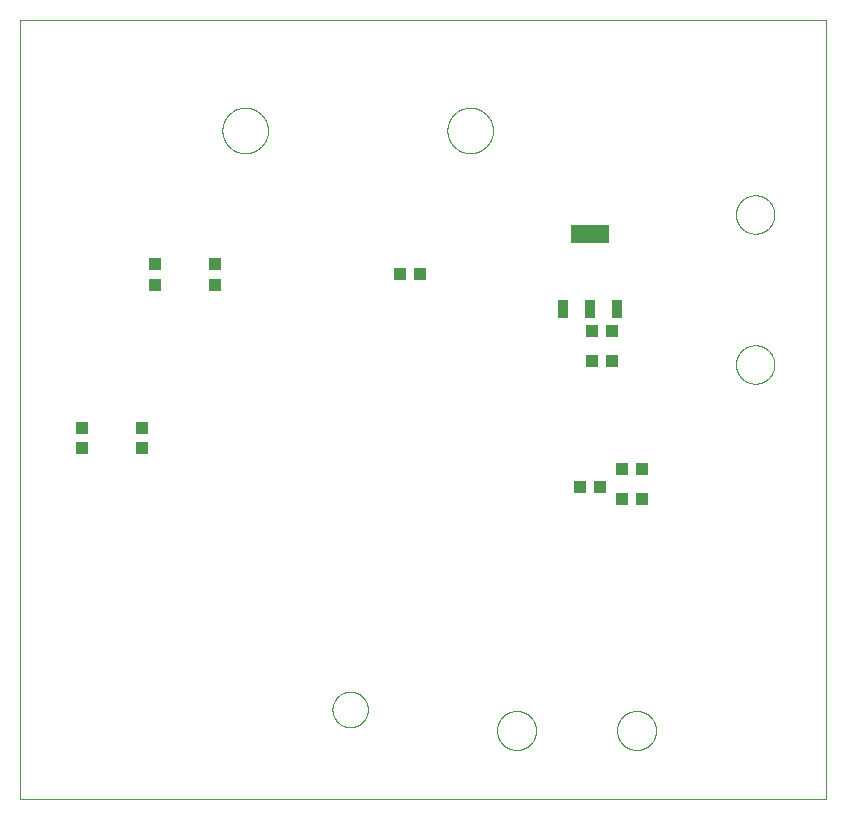
<source format=gbp>
G75*
%MOIN*%
%OFA0B0*%
%FSLAX25Y25*%
%IPPOS*%
%LPD*%
%AMOC8*
5,1,8,0,0,1.08239X$1,22.5*
%
%ADD10C,0.00000*%
%ADD11R,0.04252X0.04134*%
%ADD12R,0.03937X0.04331*%
%ADD13R,0.04331X0.03937*%
%ADD14R,0.03500X0.06400*%
%ADD15R,0.12500X0.06400*%
D10*
X0003594Y0010258D02*
X0003594Y0270219D01*
X0272294Y0270219D01*
X0272294Y0010258D01*
X0003594Y0010258D01*
X0107688Y0040258D02*
X0107690Y0040411D01*
X0107696Y0040565D01*
X0107706Y0040718D01*
X0107720Y0040870D01*
X0107738Y0041023D01*
X0107760Y0041174D01*
X0107785Y0041325D01*
X0107815Y0041476D01*
X0107849Y0041626D01*
X0107886Y0041774D01*
X0107927Y0041922D01*
X0107972Y0042068D01*
X0108021Y0042214D01*
X0108074Y0042358D01*
X0108130Y0042500D01*
X0108190Y0042641D01*
X0108254Y0042781D01*
X0108321Y0042919D01*
X0108392Y0043055D01*
X0108467Y0043189D01*
X0108544Y0043321D01*
X0108626Y0043451D01*
X0108710Y0043579D01*
X0108798Y0043705D01*
X0108889Y0043828D01*
X0108983Y0043949D01*
X0109081Y0044067D01*
X0109181Y0044183D01*
X0109285Y0044296D01*
X0109391Y0044407D01*
X0109500Y0044515D01*
X0109612Y0044620D01*
X0109726Y0044721D01*
X0109844Y0044820D01*
X0109963Y0044916D01*
X0110085Y0045009D01*
X0110210Y0045098D01*
X0110337Y0045185D01*
X0110466Y0045267D01*
X0110597Y0045347D01*
X0110730Y0045423D01*
X0110865Y0045496D01*
X0111002Y0045565D01*
X0111141Y0045630D01*
X0111281Y0045692D01*
X0111423Y0045750D01*
X0111566Y0045805D01*
X0111711Y0045856D01*
X0111857Y0045903D01*
X0112004Y0045946D01*
X0112152Y0045985D01*
X0112301Y0046021D01*
X0112451Y0046052D01*
X0112602Y0046080D01*
X0112753Y0046104D01*
X0112906Y0046124D01*
X0113058Y0046140D01*
X0113211Y0046152D01*
X0113364Y0046160D01*
X0113517Y0046164D01*
X0113671Y0046164D01*
X0113824Y0046160D01*
X0113977Y0046152D01*
X0114130Y0046140D01*
X0114282Y0046124D01*
X0114435Y0046104D01*
X0114586Y0046080D01*
X0114737Y0046052D01*
X0114887Y0046021D01*
X0115036Y0045985D01*
X0115184Y0045946D01*
X0115331Y0045903D01*
X0115477Y0045856D01*
X0115622Y0045805D01*
X0115765Y0045750D01*
X0115907Y0045692D01*
X0116047Y0045630D01*
X0116186Y0045565D01*
X0116323Y0045496D01*
X0116458Y0045423D01*
X0116591Y0045347D01*
X0116722Y0045267D01*
X0116851Y0045185D01*
X0116978Y0045098D01*
X0117103Y0045009D01*
X0117225Y0044916D01*
X0117344Y0044820D01*
X0117462Y0044721D01*
X0117576Y0044620D01*
X0117688Y0044515D01*
X0117797Y0044407D01*
X0117903Y0044296D01*
X0118007Y0044183D01*
X0118107Y0044067D01*
X0118205Y0043949D01*
X0118299Y0043828D01*
X0118390Y0043705D01*
X0118478Y0043579D01*
X0118562Y0043451D01*
X0118644Y0043321D01*
X0118721Y0043189D01*
X0118796Y0043055D01*
X0118867Y0042919D01*
X0118934Y0042781D01*
X0118998Y0042641D01*
X0119058Y0042500D01*
X0119114Y0042358D01*
X0119167Y0042214D01*
X0119216Y0042068D01*
X0119261Y0041922D01*
X0119302Y0041774D01*
X0119339Y0041626D01*
X0119373Y0041476D01*
X0119403Y0041325D01*
X0119428Y0041174D01*
X0119450Y0041023D01*
X0119468Y0040870D01*
X0119482Y0040718D01*
X0119492Y0040565D01*
X0119498Y0040411D01*
X0119500Y0040258D01*
X0119498Y0040105D01*
X0119492Y0039951D01*
X0119482Y0039798D01*
X0119468Y0039646D01*
X0119450Y0039493D01*
X0119428Y0039342D01*
X0119403Y0039191D01*
X0119373Y0039040D01*
X0119339Y0038890D01*
X0119302Y0038742D01*
X0119261Y0038594D01*
X0119216Y0038448D01*
X0119167Y0038302D01*
X0119114Y0038158D01*
X0119058Y0038016D01*
X0118998Y0037875D01*
X0118934Y0037735D01*
X0118867Y0037597D01*
X0118796Y0037461D01*
X0118721Y0037327D01*
X0118644Y0037195D01*
X0118562Y0037065D01*
X0118478Y0036937D01*
X0118390Y0036811D01*
X0118299Y0036688D01*
X0118205Y0036567D01*
X0118107Y0036449D01*
X0118007Y0036333D01*
X0117903Y0036220D01*
X0117797Y0036109D01*
X0117688Y0036001D01*
X0117576Y0035896D01*
X0117462Y0035795D01*
X0117344Y0035696D01*
X0117225Y0035600D01*
X0117103Y0035507D01*
X0116978Y0035418D01*
X0116851Y0035331D01*
X0116722Y0035249D01*
X0116591Y0035169D01*
X0116458Y0035093D01*
X0116323Y0035020D01*
X0116186Y0034951D01*
X0116047Y0034886D01*
X0115907Y0034824D01*
X0115765Y0034766D01*
X0115622Y0034711D01*
X0115477Y0034660D01*
X0115331Y0034613D01*
X0115184Y0034570D01*
X0115036Y0034531D01*
X0114887Y0034495D01*
X0114737Y0034464D01*
X0114586Y0034436D01*
X0114435Y0034412D01*
X0114282Y0034392D01*
X0114130Y0034376D01*
X0113977Y0034364D01*
X0113824Y0034356D01*
X0113671Y0034352D01*
X0113517Y0034352D01*
X0113364Y0034356D01*
X0113211Y0034364D01*
X0113058Y0034376D01*
X0112906Y0034392D01*
X0112753Y0034412D01*
X0112602Y0034436D01*
X0112451Y0034464D01*
X0112301Y0034495D01*
X0112152Y0034531D01*
X0112004Y0034570D01*
X0111857Y0034613D01*
X0111711Y0034660D01*
X0111566Y0034711D01*
X0111423Y0034766D01*
X0111281Y0034824D01*
X0111141Y0034886D01*
X0111002Y0034951D01*
X0110865Y0035020D01*
X0110730Y0035093D01*
X0110597Y0035169D01*
X0110466Y0035249D01*
X0110337Y0035331D01*
X0110210Y0035418D01*
X0110085Y0035507D01*
X0109963Y0035600D01*
X0109844Y0035696D01*
X0109726Y0035795D01*
X0109612Y0035896D01*
X0109500Y0036001D01*
X0109391Y0036109D01*
X0109285Y0036220D01*
X0109181Y0036333D01*
X0109081Y0036449D01*
X0108983Y0036567D01*
X0108889Y0036688D01*
X0108798Y0036811D01*
X0108710Y0036937D01*
X0108626Y0037065D01*
X0108544Y0037195D01*
X0108467Y0037327D01*
X0108392Y0037461D01*
X0108321Y0037597D01*
X0108254Y0037735D01*
X0108190Y0037875D01*
X0108130Y0038016D01*
X0108074Y0038158D01*
X0108021Y0038302D01*
X0107972Y0038448D01*
X0107927Y0038594D01*
X0107886Y0038742D01*
X0107849Y0038890D01*
X0107815Y0039040D01*
X0107785Y0039191D01*
X0107760Y0039342D01*
X0107738Y0039493D01*
X0107720Y0039646D01*
X0107706Y0039798D01*
X0107696Y0039951D01*
X0107690Y0040105D01*
X0107688Y0040258D01*
X0162578Y0033258D02*
X0162580Y0033419D01*
X0162586Y0033579D01*
X0162596Y0033740D01*
X0162610Y0033900D01*
X0162628Y0034059D01*
X0162649Y0034219D01*
X0162675Y0034377D01*
X0162705Y0034535D01*
X0162738Y0034692D01*
X0162776Y0034849D01*
X0162817Y0035004D01*
X0162862Y0035158D01*
X0162911Y0035311D01*
X0162964Y0035463D01*
X0163020Y0035613D01*
X0163080Y0035762D01*
X0163144Y0035910D01*
X0163211Y0036056D01*
X0163282Y0036200D01*
X0163357Y0036342D01*
X0163435Y0036483D01*
X0163516Y0036621D01*
X0163601Y0036758D01*
X0163690Y0036892D01*
X0163781Y0037024D01*
X0163876Y0037154D01*
X0163974Y0037281D01*
X0164075Y0037406D01*
X0164179Y0037529D01*
X0164286Y0037648D01*
X0164396Y0037765D01*
X0164509Y0037880D01*
X0164625Y0037991D01*
X0164743Y0038100D01*
X0164864Y0038205D01*
X0164988Y0038308D01*
X0165114Y0038408D01*
X0165243Y0038504D01*
X0165374Y0038597D01*
X0165507Y0038687D01*
X0165642Y0038774D01*
X0165780Y0038857D01*
X0165919Y0038936D01*
X0166061Y0039013D01*
X0166204Y0039086D01*
X0166349Y0039155D01*
X0166496Y0039220D01*
X0166644Y0039282D01*
X0166794Y0039341D01*
X0166945Y0039395D01*
X0167097Y0039446D01*
X0167251Y0039493D01*
X0167406Y0039536D01*
X0167561Y0039575D01*
X0167718Y0039611D01*
X0167876Y0039643D01*
X0168034Y0039670D01*
X0168193Y0039694D01*
X0168352Y0039714D01*
X0168512Y0039730D01*
X0168673Y0039742D01*
X0168833Y0039750D01*
X0168994Y0039754D01*
X0169154Y0039754D01*
X0169315Y0039750D01*
X0169475Y0039742D01*
X0169636Y0039730D01*
X0169796Y0039714D01*
X0169955Y0039694D01*
X0170114Y0039670D01*
X0170272Y0039643D01*
X0170430Y0039611D01*
X0170587Y0039575D01*
X0170742Y0039536D01*
X0170897Y0039493D01*
X0171051Y0039446D01*
X0171203Y0039395D01*
X0171354Y0039341D01*
X0171504Y0039282D01*
X0171652Y0039220D01*
X0171799Y0039155D01*
X0171944Y0039086D01*
X0172087Y0039013D01*
X0172229Y0038936D01*
X0172368Y0038857D01*
X0172506Y0038774D01*
X0172641Y0038687D01*
X0172774Y0038597D01*
X0172905Y0038504D01*
X0173034Y0038408D01*
X0173160Y0038308D01*
X0173284Y0038205D01*
X0173405Y0038100D01*
X0173523Y0037991D01*
X0173639Y0037880D01*
X0173752Y0037765D01*
X0173862Y0037648D01*
X0173969Y0037529D01*
X0174073Y0037406D01*
X0174174Y0037281D01*
X0174272Y0037154D01*
X0174367Y0037024D01*
X0174458Y0036892D01*
X0174547Y0036758D01*
X0174632Y0036621D01*
X0174713Y0036483D01*
X0174791Y0036342D01*
X0174866Y0036200D01*
X0174937Y0036056D01*
X0175004Y0035910D01*
X0175068Y0035762D01*
X0175128Y0035613D01*
X0175184Y0035463D01*
X0175237Y0035311D01*
X0175286Y0035158D01*
X0175331Y0035004D01*
X0175372Y0034849D01*
X0175410Y0034692D01*
X0175443Y0034535D01*
X0175473Y0034377D01*
X0175499Y0034219D01*
X0175520Y0034059D01*
X0175538Y0033900D01*
X0175552Y0033740D01*
X0175562Y0033579D01*
X0175568Y0033419D01*
X0175570Y0033258D01*
X0175568Y0033097D01*
X0175562Y0032937D01*
X0175552Y0032776D01*
X0175538Y0032616D01*
X0175520Y0032457D01*
X0175499Y0032297D01*
X0175473Y0032139D01*
X0175443Y0031981D01*
X0175410Y0031824D01*
X0175372Y0031667D01*
X0175331Y0031512D01*
X0175286Y0031358D01*
X0175237Y0031205D01*
X0175184Y0031053D01*
X0175128Y0030903D01*
X0175068Y0030754D01*
X0175004Y0030606D01*
X0174937Y0030460D01*
X0174866Y0030316D01*
X0174791Y0030174D01*
X0174713Y0030033D01*
X0174632Y0029895D01*
X0174547Y0029758D01*
X0174458Y0029624D01*
X0174367Y0029492D01*
X0174272Y0029362D01*
X0174174Y0029235D01*
X0174073Y0029110D01*
X0173969Y0028987D01*
X0173862Y0028868D01*
X0173752Y0028751D01*
X0173639Y0028636D01*
X0173523Y0028525D01*
X0173405Y0028416D01*
X0173284Y0028311D01*
X0173160Y0028208D01*
X0173034Y0028108D01*
X0172905Y0028012D01*
X0172774Y0027919D01*
X0172641Y0027829D01*
X0172506Y0027742D01*
X0172368Y0027659D01*
X0172229Y0027580D01*
X0172087Y0027503D01*
X0171944Y0027430D01*
X0171799Y0027361D01*
X0171652Y0027296D01*
X0171504Y0027234D01*
X0171354Y0027175D01*
X0171203Y0027121D01*
X0171051Y0027070D01*
X0170897Y0027023D01*
X0170742Y0026980D01*
X0170587Y0026941D01*
X0170430Y0026905D01*
X0170272Y0026873D01*
X0170114Y0026846D01*
X0169955Y0026822D01*
X0169796Y0026802D01*
X0169636Y0026786D01*
X0169475Y0026774D01*
X0169315Y0026766D01*
X0169154Y0026762D01*
X0168994Y0026762D01*
X0168833Y0026766D01*
X0168673Y0026774D01*
X0168512Y0026786D01*
X0168352Y0026802D01*
X0168193Y0026822D01*
X0168034Y0026846D01*
X0167876Y0026873D01*
X0167718Y0026905D01*
X0167561Y0026941D01*
X0167406Y0026980D01*
X0167251Y0027023D01*
X0167097Y0027070D01*
X0166945Y0027121D01*
X0166794Y0027175D01*
X0166644Y0027234D01*
X0166496Y0027296D01*
X0166349Y0027361D01*
X0166204Y0027430D01*
X0166061Y0027503D01*
X0165919Y0027580D01*
X0165780Y0027659D01*
X0165642Y0027742D01*
X0165507Y0027829D01*
X0165374Y0027919D01*
X0165243Y0028012D01*
X0165114Y0028108D01*
X0164988Y0028208D01*
X0164864Y0028311D01*
X0164743Y0028416D01*
X0164625Y0028525D01*
X0164509Y0028636D01*
X0164396Y0028751D01*
X0164286Y0028868D01*
X0164179Y0028987D01*
X0164075Y0029110D01*
X0163974Y0029235D01*
X0163876Y0029362D01*
X0163781Y0029492D01*
X0163690Y0029624D01*
X0163601Y0029758D01*
X0163516Y0029895D01*
X0163435Y0030033D01*
X0163357Y0030174D01*
X0163282Y0030316D01*
X0163211Y0030460D01*
X0163144Y0030606D01*
X0163080Y0030754D01*
X0163020Y0030903D01*
X0162964Y0031053D01*
X0162911Y0031205D01*
X0162862Y0031358D01*
X0162817Y0031512D01*
X0162776Y0031667D01*
X0162738Y0031824D01*
X0162705Y0031981D01*
X0162675Y0032139D01*
X0162649Y0032297D01*
X0162628Y0032457D01*
X0162610Y0032616D01*
X0162596Y0032776D01*
X0162586Y0032937D01*
X0162580Y0033097D01*
X0162578Y0033258D01*
X0202578Y0033258D02*
X0202580Y0033419D01*
X0202586Y0033579D01*
X0202596Y0033740D01*
X0202610Y0033900D01*
X0202628Y0034059D01*
X0202649Y0034219D01*
X0202675Y0034377D01*
X0202705Y0034535D01*
X0202738Y0034692D01*
X0202776Y0034849D01*
X0202817Y0035004D01*
X0202862Y0035158D01*
X0202911Y0035311D01*
X0202964Y0035463D01*
X0203020Y0035613D01*
X0203080Y0035762D01*
X0203144Y0035910D01*
X0203211Y0036056D01*
X0203282Y0036200D01*
X0203357Y0036342D01*
X0203435Y0036483D01*
X0203516Y0036621D01*
X0203601Y0036758D01*
X0203690Y0036892D01*
X0203781Y0037024D01*
X0203876Y0037154D01*
X0203974Y0037281D01*
X0204075Y0037406D01*
X0204179Y0037529D01*
X0204286Y0037648D01*
X0204396Y0037765D01*
X0204509Y0037880D01*
X0204625Y0037991D01*
X0204743Y0038100D01*
X0204864Y0038205D01*
X0204988Y0038308D01*
X0205114Y0038408D01*
X0205243Y0038504D01*
X0205374Y0038597D01*
X0205507Y0038687D01*
X0205642Y0038774D01*
X0205780Y0038857D01*
X0205919Y0038936D01*
X0206061Y0039013D01*
X0206204Y0039086D01*
X0206349Y0039155D01*
X0206496Y0039220D01*
X0206644Y0039282D01*
X0206794Y0039341D01*
X0206945Y0039395D01*
X0207097Y0039446D01*
X0207251Y0039493D01*
X0207406Y0039536D01*
X0207561Y0039575D01*
X0207718Y0039611D01*
X0207876Y0039643D01*
X0208034Y0039670D01*
X0208193Y0039694D01*
X0208352Y0039714D01*
X0208512Y0039730D01*
X0208673Y0039742D01*
X0208833Y0039750D01*
X0208994Y0039754D01*
X0209154Y0039754D01*
X0209315Y0039750D01*
X0209475Y0039742D01*
X0209636Y0039730D01*
X0209796Y0039714D01*
X0209955Y0039694D01*
X0210114Y0039670D01*
X0210272Y0039643D01*
X0210430Y0039611D01*
X0210587Y0039575D01*
X0210742Y0039536D01*
X0210897Y0039493D01*
X0211051Y0039446D01*
X0211203Y0039395D01*
X0211354Y0039341D01*
X0211504Y0039282D01*
X0211652Y0039220D01*
X0211799Y0039155D01*
X0211944Y0039086D01*
X0212087Y0039013D01*
X0212229Y0038936D01*
X0212368Y0038857D01*
X0212506Y0038774D01*
X0212641Y0038687D01*
X0212774Y0038597D01*
X0212905Y0038504D01*
X0213034Y0038408D01*
X0213160Y0038308D01*
X0213284Y0038205D01*
X0213405Y0038100D01*
X0213523Y0037991D01*
X0213639Y0037880D01*
X0213752Y0037765D01*
X0213862Y0037648D01*
X0213969Y0037529D01*
X0214073Y0037406D01*
X0214174Y0037281D01*
X0214272Y0037154D01*
X0214367Y0037024D01*
X0214458Y0036892D01*
X0214547Y0036758D01*
X0214632Y0036621D01*
X0214713Y0036483D01*
X0214791Y0036342D01*
X0214866Y0036200D01*
X0214937Y0036056D01*
X0215004Y0035910D01*
X0215068Y0035762D01*
X0215128Y0035613D01*
X0215184Y0035463D01*
X0215237Y0035311D01*
X0215286Y0035158D01*
X0215331Y0035004D01*
X0215372Y0034849D01*
X0215410Y0034692D01*
X0215443Y0034535D01*
X0215473Y0034377D01*
X0215499Y0034219D01*
X0215520Y0034059D01*
X0215538Y0033900D01*
X0215552Y0033740D01*
X0215562Y0033579D01*
X0215568Y0033419D01*
X0215570Y0033258D01*
X0215568Y0033097D01*
X0215562Y0032937D01*
X0215552Y0032776D01*
X0215538Y0032616D01*
X0215520Y0032457D01*
X0215499Y0032297D01*
X0215473Y0032139D01*
X0215443Y0031981D01*
X0215410Y0031824D01*
X0215372Y0031667D01*
X0215331Y0031512D01*
X0215286Y0031358D01*
X0215237Y0031205D01*
X0215184Y0031053D01*
X0215128Y0030903D01*
X0215068Y0030754D01*
X0215004Y0030606D01*
X0214937Y0030460D01*
X0214866Y0030316D01*
X0214791Y0030174D01*
X0214713Y0030033D01*
X0214632Y0029895D01*
X0214547Y0029758D01*
X0214458Y0029624D01*
X0214367Y0029492D01*
X0214272Y0029362D01*
X0214174Y0029235D01*
X0214073Y0029110D01*
X0213969Y0028987D01*
X0213862Y0028868D01*
X0213752Y0028751D01*
X0213639Y0028636D01*
X0213523Y0028525D01*
X0213405Y0028416D01*
X0213284Y0028311D01*
X0213160Y0028208D01*
X0213034Y0028108D01*
X0212905Y0028012D01*
X0212774Y0027919D01*
X0212641Y0027829D01*
X0212506Y0027742D01*
X0212368Y0027659D01*
X0212229Y0027580D01*
X0212087Y0027503D01*
X0211944Y0027430D01*
X0211799Y0027361D01*
X0211652Y0027296D01*
X0211504Y0027234D01*
X0211354Y0027175D01*
X0211203Y0027121D01*
X0211051Y0027070D01*
X0210897Y0027023D01*
X0210742Y0026980D01*
X0210587Y0026941D01*
X0210430Y0026905D01*
X0210272Y0026873D01*
X0210114Y0026846D01*
X0209955Y0026822D01*
X0209796Y0026802D01*
X0209636Y0026786D01*
X0209475Y0026774D01*
X0209315Y0026766D01*
X0209154Y0026762D01*
X0208994Y0026762D01*
X0208833Y0026766D01*
X0208673Y0026774D01*
X0208512Y0026786D01*
X0208352Y0026802D01*
X0208193Y0026822D01*
X0208034Y0026846D01*
X0207876Y0026873D01*
X0207718Y0026905D01*
X0207561Y0026941D01*
X0207406Y0026980D01*
X0207251Y0027023D01*
X0207097Y0027070D01*
X0206945Y0027121D01*
X0206794Y0027175D01*
X0206644Y0027234D01*
X0206496Y0027296D01*
X0206349Y0027361D01*
X0206204Y0027430D01*
X0206061Y0027503D01*
X0205919Y0027580D01*
X0205780Y0027659D01*
X0205642Y0027742D01*
X0205507Y0027829D01*
X0205374Y0027919D01*
X0205243Y0028012D01*
X0205114Y0028108D01*
X0204988Y0028208D01*
X0204864Y0028311D01*
X0204743Y0028416D01*
X0204625Y0028525D01*
X0204509Y0028636D01*
X0204396Y0028751D01*
X0204286Y0028868D01*
X0204179Y0028987D01*
X0204075Y0029110D01*
X0203974Y0029235D01*
X0203876Y0029362D01*
X0203781Y0029492D01*
X0203690Y0029624D01*
X0203601Y0029758D01*
X0203516Y0029895D01*
X0203435Y0030033D01*
X0203357Y0030174D01*
X0203282Y0030316D01*
X0203211Y0030460D01*
X0203144Y0030606D01*
X0203080Y0030754D01*
X0203020Y0030903D01*
X0202964Y0031053D01*
X0202911Y0031205D01*
X0202862Y0031358D01*
X0202817Y0031512D01*
X0202776Y0031667D01*
X0202738Y0031824D01*
X0202705Y0031981D01*
X0202675Y0032139D01*
X0202649Y0032297D01*
X0202628Y0032457D01*
X0202610Y0032616D01*
X0202596Y0032776D01*
X0202586Y0032937D01*
X0202580Y0033097D01*
X0202578Y0033258D01*
X0242196Y0155258D02*
X0242198Y0155418D01*
X0242204Y0155577D01*
X0242214Y0155736D01*
X0242228Y0155895D01*
X0242246Y0156054D01*
X0242267Y0156212D01*
X0242293Y0156369D01*
X0242323Y0156526D01*
X0242356Y0156682D01*
X0242394Y0156837D01*
X0242435Y0156991D01*
X0242480Y0157144D01*
X0242529Y0157296D01*
X0242582Y0157446D01*
X0242638Y0157595D01*
X0242698Y0157743D01*
X0242762Y0157889D01*
X0242830Y0158034D01*
X0242901Y0158177D01*
X0242975Y0158318D01*
X0243053Y0158457D01*
X0243135Y0158594D01*
X0243220Y0158729D01*
X0243308Y0158862D01*
X0243399Y0158993D01*
X0243494Y0159121D01*
X0243592Y0159247D01*
X0243693Y0159371D01*
X0243797Y0159491D01*
X0243904Y0159610D01*
X0244014Y0159725D01*
X0244127Y0159838D01*
X0244242Y0159948D01*
X0244361Y0160055D01*
X0244481Y0160159D01*
X0244605Y0160260D01*
X0244731Y0160358D01*
X0244859Y0160453D01*
X0244990Y0160544D01*
X0245123Y0160632D01*
X0245258Y0160717D01*
X0245395Y0160799D01*
X0245534Y0160877D01*
X0245675Y0160951D01*
X0245818Y0161022D01*
X0245963Y0161090D01*
X0246109Y0161154D01*
X0246257Y0161214D01*
X0246406Y0161270D01*
X0246556Y0161323D01*
X0246708Y0161372D01*
X0246861Y0161417D01*
X0247015Y0161458D01*
X0247170Y0161496D01*
X0247326Y0161529D01*
X0247483Y0161559D01*
X0247640Y0161585D01*
X0247798Y0161606D01*
X0247957Y0161624D01*
X0248116Y0161638D01*
X0248275Y0161648D01*
X0248434Y0161654D01*
X0248594Y0161656D01*
X0248754Y0161654D01*
X0248913Y0161648D01*
X0249072Y0161638D01*
X0249231Y0161624D01*
X0249390Y0161606D01*
X0249548Y0161585D01*
X0249705Y0161559D01*
X0249862Y0161529D01*
X0250018Y0161496D01*
X0250173Y0161458D01*
X0250327Y0161417D01*
X0250480Y0161372D01*
X0250632Y0161323D01*
X0250782Y0161270D01*
X0250931Y0161214D01*
X0251079Y0161154D01*
X0251225Y0161090D01*
X0251370Y0161022D01*
X0251513Y0160951D01*
X0251654Y0160877D01*
X0251793Y0160799D01*
X0251930Y0160717D01*
X0252065Y0160632D01*
X0252198Y0160544D01*
X0252329Y0160453D01*
X0252457Y0160358D01*
X0252583Y0160260D01*
X0252707Y0160159D01*
X0252827Y0160055D01*
X0252946Y0159948D01*
X0253061Y0159838D01*
X0253174Y0159725D01*
X0253284Y0159610D01*
X0253391Y0159491D01*
X0253495Y0159371D01*
X0253596Y0159247D01*
X0253694Y0159121D01*
X0253789Y0158993D01*
X0253880Y0158862D01*
X0253968Y0158729D01*
X0254053Y0158594D01*
X0254135Y0158457D01*
X0254213Y0158318D01*
X0254287Y0158177D01*
X0254358Y0158034D01*
X0254426Y0157889D01*
X0254490Y0157743D01*
X0254550Y0157595D01*
X0254606Y0157446D01*
X0254659Y0157296D01*
X0254708Y0157144D01*
X0254753Y0156991D01*
X0254794Y0156837D01*
X0254832Y0156682D01*
X0254865Y0156526D01*
X0254895Y0156369D01*
X0254921Y0156212D01*
X0254942Y0156054D01*
X0254960Y0155895D01*
X0254974Y0155736D01*
X0254984Y0155577D01*
X0254990Y0155418D01*
X0254992Y0155258D01*
X0254990Y0155098D01*
X0254984Y0154939D01*
X0254974Y0154780D01*
X0254960Y0154621D01*
X0254942Y0154462D01*
X0254921Y0154304D01*
X0254895Y0154147D01*
X0254865Y0153990D01*
X0254832Y0153834D01*
X0254794Y0153679D01*
X0254753Y0153525D01*
X0254708Y0153372D01*
X0254659Y0153220D01*
X0254606Y0153070D01*
X0254550Y0152921D01*
X0254490Y0152773D01*
X0254426Y0152627D01*
X0254358Y0152482D01*
X0254287Y0152339D01*
X0254213Y0152198D01*
X0254135Y0152059D01*
X0254053Y0151922D01*
X0253968Y0151787D01*
X0253880Y0151654D01*
X0253789Y0151523D01*
X0253694Y0151395D01*
X0253596Y0151269D01*
X0253495Y0151145D01*
X0253391Y0151025D01*
X0253284Y0150906D01*
X0253174Y0150791D01*
X0253061Y0150678D01*
X0252946Y0150568D01*
X0252827Y0150461D01*
X0252707Y0150357D01*
X0252583Y0150256D01*
X0252457Y0150158D01*
X0252329Y0150063D01*
X0252198Y0149972D01*
X0252065Y0149884D01*
X0251930Y0149799D01*
X0251793Y0149717D01*
X0251654Y0149639D01*
X0251513Y0149565D01*
X0251370Y0149494D01*
X0251225Y0149426D01*
X0251079Y0149362D01*
X0250931Y0149302D01*
X0250782Y0149246D01*
X0250632Y0149193D01*
X0250480Y0149144D01*
X0250327Y0149099D01*
X0250173Y0149058D01*
X0250018Y0149020D01*
X0249862Y0148987D01*
X0249705Y0148957D01*
X0249548Y0148931D01*
X0249390Y0148910D01*
X0249231Y0148892D01*
X0249072Y0148878D01*
X0248913Y0148868D01*
X0248754Y0148862D01*
X0248594Y0148860D01*
X0248434Y0148862D01*
X0248275Y0148868D01*
X0248116Y0148878D01*
X0247957Y0148892D01*
X0247798Y0148910D01*
X0247640Y0148931D01*
X0247483Y0148957D01*
X0247326Y0148987D01*
X0247170Y0149020D01*
X0247015Y0149058D01*
X0246861Y0149099D01*
X0246708Y0149144D01*
X0246556Y0149193D01*
X0246406Y0149246D01*
X0246257Y0149302D01*
X0246109Y0149362D01*
X0245963Y0149426D01*
X0245818Y0149494D01*
X0245675Y0149565D01*
X0245534Y0149639D01*
X0245395Y0149717D01*
X0245258Y0149799D01*
X0245123Y0149884D01*
X0244990Y0149972D01*
X0244859Y0150063D01*
X0244731Y0150158D01*
X0244605Y0150256D01*
X0244481Y0150357D01*
X0244361Y0150461D01*
X0244242Y0150568D01*
X0244127Y0150678D01*
X0244014Y0150791D01*
X0243904Y0150906D01*
X0243797Y0151025D01*
X0243693Y0151145D01*
X0243592Y0151269D01*
X0243494Y0151395D01*
X0243399Y0151523D01*
X0243308Y0151654D01*
X0243220Y0151787D01*
X0243135Y0151922D01*
X0243053Y0152059D01*
X0242975Y0152198D01*
X0242901Y0152339D01*
X0242830Y0152482D01*
X0242762Y0152627D01*
X0242698Y0152773D01*
X0242638Y0152921D01*
X0242582Y0153070D01*
X0242529Y0153220D01*
X0242480Y0153372D01*
X0242435Y0153525D01*
X0242394Y0153679D01*
X0242356Y0153834D01*
X0242323Y0153990D01*
X0242293Y0154147D01*
X0242267Y0154304D01*
X0242246Y0154462D01*
X0242228Y0154621D01*
X0242214Y0154780D01*
X0242204Y0154939D01*
X0242198Y0155098D01*
X0242196Y0155258D01*
X0242196Y0205258D02*
X0242198Y0205418D01*
X0242204Y0205577D01*
X0242214Y0205736D01*
X0242228Y0205895D01*
X0242246Y0206054D01*
X0242267Y0206212D01*
X0242293Y0206369D01*
X0242323Y0206526D01*
X0242356Y0206682D01*
X0242394Y0206837D01*
X0242435Y0206991D01*
X0242480Y0207144D01*
X0242529Y0207296D01*
X0242582Y0207446D01*
X0242638Y0207595D01*
X0242698Y0207743D01*
X0242762Y0207889D01*
X0242830Y0208034D01*
X0242901Y0208177D01*
X0242975Y0208318D01*
X0243053Y0208457D01*
X0243135Y0208594D01*
X0243220Y0208729D01*
X0243308Y0208862D01*
X0243399Y0208993D01*
X0243494Y0209121D01*
X0243592Y0209247D01*
X0243693Y0209371D01*
X0243797Y0209491D01*
X0243904Y0209610D01*
X0244014Y0209725D01*
X0244127Y0209838D01*
X0244242Y0209948D01*
X0244361Y0210055D01*
X0244481Y0210159D01*
X0244605Y0210260D01*
X0244731Y0210358D01*
X0244859Y0210453D01*
X0244990Y0210544D01*
X0245123Y0210632D01*
X0245258Y0210717D01*
X0245395Y0210799D01*
X0245534Y0210877D01*
X0245675Y0210951D01*
X0245818Y0211022D01*
X0245963Y0211090D01*
X0246109Y0211154D01*
X0246257Y0211214D01*
X0246406Y0211270D01*
X0246556Y0211323D01*
X0246708Y0211372D01*
X0246861Y0211417D01*
X0247015Y0211458D01*
X0247170Y0211496D01*
X0247326Y0211529D01*
X0247483Y0211559D01*
X0247640Y0211585D01*
X0247798Y0211606D01*
X0247957Y0211624D01*
X0248116Y0211638D01*
X0248275Y0211648D01*
X0248434Y0211654D01*
X0248594Y0211656D01*
X0248754Y0211654D01*
X0248913Y0211648D01*
X0249072Y0211638D01*
X0249231Y0211624D01*
X0249390Y0211606D01*
X0249548Y0211585D01*
X0249705Y0211559D01*
X0249862Y0211529D01*
X0250018Y0211496D01*
X0250173Y0211458D01*
X0250327Y0211417D01*
X0250480Y0211372D01*
X0250632Y0211323D01*
X0250782Y0211270D01*
X0250931Y0211214D01*
X0251079Y0211154D01*
X0251225Y0211090D01*
X0251370Y0211022D01*
X0251513Y0210951D01*
X0251654Y0210877D01*
X0251793Y0210799D01*
X0251930Y0210717D01*
X0252065Y0210632D01*
X0252198Y0210544D01*
X0252329Y0210453D01*
X0252457Y0210358D01*
X0252583Y0210260D01*
X0252707Y0210159D01*
X0252827Y0210055D01*
X0252946Y0209948D01*
X0253061Y0209838D01*
X0253174Y0209725D01*
X0253284Y0209610D01*
X0253391Y0209491D01*
X0253495Y0209371D01*
X0253596Y0209247D01*
X0253694Y0209121D01*
X0253789Y0208993D01*
X0253880Y0208862D01*
X0253968Y0208729D01*
X0254053Y0208594D01*
X0254135Y0208457D01*
X0254213Y0208318D01*
X0254287Y0208177D01*
X0254358Y0208034D01*
X0254426Y0207889D01*
X0254490Y0207743D01*
X0254550Y0207595D01*
X0254606Y0207446D01*
X0254659Y0207296D01*
X0254708Y0207144D01*
X0254753Y0206991D01*
X0254794Y0206837D01*
X0254832Y0206682D01*
X0254865Y0206526D01*
X0254895Y0206369D01*
X0254921Y0206212D01*
X0254942Y0206054D01*
X0254960Y0205895D01*
X0254974Y0205736D01*
X0254984Y0205577D01*
X0254990Y0205418D01*
X0254992Y0205258D01*
X0254990Y0205098D01*
X0254984Y0204939D01*
X0254974Y0204780D01*
X0254960Y0204621D01*
X0254942Y0204462D01*
X0254921Y0204304D01*
X0254895Y0204147D01*
X0254865Y0203990D01*
X0254832Y0203834D01*
X0254794Y0203679D01*
X0254753Y0203525D01*
X0254708Y0203372D01*
X0254659Y0203220D01*
X0254606Y0203070D01*
X0254550Y0202921D01*
X0254490Y0202773D01*
X0254426Y0202627D01*
X0254358Y0202482D01*
X0254287Y0202339D01*
X0254213Y0202198D01*
X0254135Y0202059D01*
X0254053Y0201922D01*
X0253968Y0201787D01*
X0253880Y0201654D01*
X0253789Y0201523D01*
X0253694Y0201395D01*
X0253596Y0201269D01*
X0253495Y0201145D01*
X0253391Y0201025D01*
X0253284Y0200906D01*
X0253174Y0200791D01*
X0253061Y0200678D01*
X0252946Y0200568D01*
X0252827Y0200461D01*
X0252707Y0200357D01*
X0252583Y0200256D01*
X0252457Y0200158D01*
X0252329Y0200063D01*
X0252198Y0199972D01*
X0252065Y0199884D01*
X0251930Y0199799D01*
X0251793Y0199717D01*
X0251654Y0199639D01*
X0251513Y0199565D01*
X0251370Y0199494D01*
X0251225Y0199426D01*
X0251079Y0199362D01*
X0250931Y0199302D01*
X0250782Y0199246D01*
X0250632Y0199193D01*
X0250480Y0199144D01*
X0250327Y0199099D01*
X0250173Y0199058D01*
X0250018Y0199020D01*
X0249862Y0198987D01*
X0249705Y0198957D01*
X0249548Y0198931D01*
X0249390Y0198910D01*
X0249231Y0198892D01*
X0249072Y0198878D01*
X0248913Y0198868D01*
X0248754Y0198862D01*
X0248594Y0198860D01*
X0248434Y0198862D01*
X0248275Y0198868D01*
X0248116Y0198878D01*
X0247957Y0198892D01*
X0247798Y0198910D01*
X0247640Y0198931D01*
X0247483Y0198957D01*
X0247326Y0198987D01*
X0247170Y0199020D01*
X0247015Y0199058D01*
X0246861Y0199099D01*
X0246708Y0199144D01*
X0246556Y0199193D01*
X0246406Y0199246D01*
X0246257Y0199302D01*
X0246109Y0199362D01*
X0245963Y0199426D01*
X0245818Y0199494D01*
X0245675Y0199565D01*
X0245534Y0199639D01*
X0245395Y0199717D01*
X0245258Y0199799D01*
X0245123Y0199884D01*
X0244990Y0199972D01*
X0244859Y0200063D01*
X0244731Y0200158D01*
X0244605Y0200256D01*
X0244481Y0200357D01*
X0244361Y0200461D01*
X0244242Y0200568D01*
X0244127Y0200678D01*
X0244014Y0200791D01*
X0243904Y0200906D01*
X0243797Y0201025D01*
X0243693Y0201145D01*
X0243592Y0201269D01*
X0243494Y0201395D01*
X0243399Y0201523D01*
X0243308Y0201654D01*
X0243220Y0201787D01*
X0243135Y0201922D01*
X0243053Y0202059D01*
X0242975Y0202198D01*
X0242901Y0202339D01*
X0242830Y0202482D01*
X0242762Y0202627D01*
X0242698Y0202773D01*
X0242638Y0202921D01*
X0242582Y0203070D01*
X0242529Y0203220D01*
X0242480Y0203372D01*
X0242435Y0203525D01*
X0242394Y0203679D01*
X0242356Y0203834D01*
X0242323Y0203990D01*
X0242293Y0204147D01*
X0242267Y0204304D01*
X0242246Y0204462D01*
X0242228Y0204621D01*
X0242214Y0204780D01*
X0242204Y0204939D01*
X0242198Y0205098D01*
X0242196Y0205258D01*
X0145996Y0233250D02*
X0145998Y0233436D01*
X0146005Y0233623D01*
X0146017Y0233809D01*
X0146033Y0233995D01*
X0146053Y0234180D01*
X0146078Y0234365D01*
X0146108Y0234549D01*
X0146142Y0234732D01*
X0146181Y0234915D01*
X0146224Y0235096D01*
X0146271Y0235276D01*
X0146323Y0235456D01*
X0146379Y0235633D01*
X0146440Y0235810D01*
X0146505Y0235984D01*
X0146574Y0236158D01*
X0146648Y0236329D01*
X0146725Y0236499D01*
X0146807Y0236666D01*
X0146893Y0236832D01*
X0146983Y0236995D01*
X0147077Y0237156D01*
X0147175Y0237315D01*
X0147276Y0237471D01*
X0147382Y0237625D01*
X0147491Y0237776D01*
X0147604Y0237925D01*
X0147721Y0238070D01*
X0147841Y0238213D01*
X0147964Y0238353D01*
X0148091Y0238489D01*
X0148221Y0238623D01*
X0148355Y0238753D01*
X0148491Y0238880D01*
X0148631Y0239003D01*
X0148774Y0239123D01*
X0148919Y0239240D01*
X0149068Y0239353D01*
X0149219Y0239462D01*
X0149373Y0239568D01*
X0149529Y0239669D01*
X0149688Y0239767D01*
X0149849Y0239861D01*
X0150012Y0239951D01*
X0150178Y0240037D01*
X0150345Y0240119D01*
X0150515Y0240196D01*
X0150686Y0240270D01*
X0150860Y0240339D01*
X0151034Y0240404D01*
X0151211Y0240465D01*
X0151388Y0240521D01*
X0151568Y0240573D01*
X0151748Y0240620D01*
X0151929Y0240663D01*
X0152112Y0240702D01*
X0152295Y0240736D01*
X0152479Y0240766D01*
X0152664Y0240791D01*
X0152849Y0240811D01*
X0153035Y0240827D01*
X0153221Y0240839D01*
X0153408Y0240846D01*
X0153594Y0240848D01*
X0153780Y0240846D01*
X0153967Y0240839D01*
X0154153Y0240827D01*
X0154339Y0240811D01*
X0154524Y0240791D01*
X0154709Y0240766D01*
X0154893Y0240736D01*
X0155076Y0240702D01*
X0155259Y0240663D01*
X0155440Y0240620D01*
X0155620Y0240573D01*
X0155800Y0240521D01*
X0155977Y0240465D01*
X0156154Y0240404D01*
X0156328Y0240339D01*
X0156502Y0240270D01*
X0156673Y0240196D01*
X0156843Y0240119D01*
X0157010Y0240037D01*
X0157176Y0239951D01*
X0157339Y0239861D01*
X0157500Y0239767D01*
X0157659Y0239669D01*
X0157815Y0239568D01*
X0157969Y0239462D01*
X0158120Y0239353D01*
X0158269Y0239240D01*
X0158414Y0239123D01*
X0158557Y0239003D01*
X0158697Y0238880D01*
X0158833Y0238753D01*
X0158967Y0238623D01*
X0159097Y0238489D01*
X0159224Y0238353D01*
X0159347Y0238213D01*
X0159467Y0238070D01*
X0159584Y0237925D01*
X0159697Y0237776D01*
X0159806Y0237625D01*
X0159912Y0237471D01*
X0160013Y0237315D01*
X0160111Y0237156D01*
X0160205Y0236995D01*
X0160295Y0236832D01*
X0160381Y0236666D01*
X0160463Y0236499D01*
X0160540Y0236329D01*
X0160614Y0236158D01*
X0160683Y0235984D01*
X0160748Y0235810D01*
X0160809Y0235633D01*
X0160865Y0235456D01*
X0160917Y0235276D01*
X0160964Y0235096D01*
X0161007Y0234915D01*
X0161046Y0234732D01*
X0161080Y0234549D01*
X0161110Y0234365D01*
X0161135Y0234180D01*
X0161155Y0233995D01*
X0161171Y0233809D01*
X0161183Y0233623D01*
X0161190Y0233436D01*
X0161192Y0233250D01*
X0161190Y0233064D01*
X0161183Y0232877D01*
X0161171Y0232691D01*
X0161155Y0232505D01*
X0161135Y0232320D01*
X0161110Y0232135D01*
X0161080Y0231951D01*
X0161046Y0231768D01*
X0161007Y0231585D01*
X0160964Y0231404D01*
X0160917Y0231224D01*
X0160865Y0231044D01*
X0160809Y0230867D01*
X0160748Y0230690D01*
X0160683Y0230516D01*
X0160614Y0230342D01*
X0160540Y0230171D01*
X0160463Y0230001D01*
X0160381Y0229834D01*
X0160295Y0229668D01*
X0160205Y0229505D01*
X0160111Y0229344D01*
X0160013Y0229185D01*
X0159912Y0229029D01*
X0159806Y0228875D01*
X0159697Y0228724D01*
X0159584Y0228575D01*
X0159467Y0228430D01*
X0159347Y0228287D01*
X0159224Y0228147D01*
X0159097Y0228011D01*
X0158967Y0227877D01*
X0158833Y0227747D01*
X0158697Y0227620D01*
X0158557Y0227497D01*
X0158414Y0227377D01*
X0158269Y0227260D01*
X0158120Y0227147D01*
X0157969Y0227038D01*
X0157815Y0226932D01*
X0157659Y0226831D01*
X0157500Y0226733D01*
X0157339Y0226639D01*
X0157176Y0226549D01*
X0157010Y0226463D01*
X0156843Y0226381D01*
X0156673Y0226304D01*
X0156502Y0226230D01*
X0156328Y0226161D01*
X0156154Y0226096D01*
X0155977Y0226035D01*
X0155800Y0225979D01*
X0155620Y0225927D01*
X0155440Y0225880D01*
X0155259Y0225837D01*
X0155076Y0225798D01*
X0154893Y0225764D01*
X0154709Y0225734D01*
X0154524Y0225709D01*
X0154339Y0225689D01*
X0154153Y0225673D01*
X0153967Y0225661D01*
X0153780Y0225654D01*
X0153594Y0225652D01*
X0153408Y0225654D01*
X0153221Y0225661D01*
X0153035Y0225673D01*
X0152849Y0225689D01*
X0152664Y0225709D01*
X0152479Y0225734D01*
X0152295Y0225764D01*
X0152112Y0225798D01*
X0151929Y0225837D01*
X0151748Y0225880D01*
X0151568Y0225927D01*
X0151388Y0225979D01*
X0151211Y0226035D01*
X0151034Y0226096D01*
X0150860Y0226161D01*
X0150686Y0226230D01*
X0150515Y0226304D01*
X0150345Y0226381D01*
X0150178Y0226463D01*
X0150012Y0226549D01*
X0149849Y0226639D01*
X0149688Y0226733D01*
X0149529Y0226831D01*
X0149373Y0226932D01*
X0149219Y0227038D01*
X0149068Y0227147D01*
X0148919Y0227260D01*
X0148774Y0227377D01*
X0148631Y0227497D01*
X0148491Y0227620D01*
X0148355Y0227747D01*
X0148221Y0227877D01*
X0148091Y0228011D01*
X0147964Y0228147D01*
X0147841Y0228287D01*
X0147721Y0228430D01*
X0147604Y0228575D01*
X0147491Y0228724D01*
X0147382Y0228875D01*
X0147276Y0229029D01*
X0147175Y0229185D01*
X0147077Y0229344D01*
X0146983Y0229505D01*
X0146893Y0229668D01*
X0146807Y0229834D01*
X0146725Y0230001D01*
X0146648Y0230171D01*
X0146574Y0230342D01*
X0146505Y0230516D01*
X0146440Y0230690D01*
X0146379Y0230867D01*
X0146323Y0231044D01*
X0146271Y0231224D01*
X0146224Y0231404D01*
X0146181Y0231585D01*
X0146142Y0231768D01*
X0146108Y0231951D01*
X0146078Y0232135D01*
X0146053Y0232320D01*
X0146033Y0232505D01*
X0146017Y0232691D01*
X0146005Y0232877D01*
X0145998Y0233064D01*
X0145996Y0233250D01*
X0070996Y0233250D02*
X0070998Y0233436D01*
X0071005Y0233623D01*
X0071017Y0233809D01*
X0071033Y0233995D01*
X0071053Y0234180D01*
X0071078Y0234365D01*
X0071108Y0234549D01*
X0071142Y0234732D01*
X0071181Y0234915D01*
X0071224Y0235096D01*
X0071271Y0235276D01*
X0071323Y0235456D01*
X0071379Y0235633D01*
X0071440Y0235810D01*
X0071505Y0235984D01*
X0071574Y0236158D01*
X0071648Y0236329D01*
X0071725Y0236499D01*
X0071807Y0236666D01*
X0071893Y0236832D01*
X0071983Y0236995D01*
X0072077Y0237156D01*
X0072175Y0237315D01*
X0072276Y0237471D01*
X0072382Y0237625D01*
X0072491Y0237776D01*
X0072604Y0237925D01*
X0072721Y0238070D01*
X0072841Y0238213D01*
X0072964Y0238353D01*
X0073091Y0238489D01*
X0073221Y0238623D01*
X0073355Y0238753D01*
X0073491Y0238880D01*
X0073631Y0239003D01*
X0073774Y0239123D01*
X0073919Y0239240D01*
X0074068Y0239353D01*
X0074219Y0239462D01*
X0074373Y0239568D01*
X0074529Y0239669D01*
X0074688Y0239767D01*
X0074849Y0239861D01*
X0075012Y0239951D01*
X0075178Y0240037D01*
X0075345Y0240119D01*
X0075515Y0240196D01*
X0075686Y0240270D01*
X0075860Y0240339D01*
X0076034Y0240404D01*
X0076211Y0240465D01*
X0076388Y0240521D01*
X0076568Y0240573D01*
X0076748Y0240620D01*
X0076929Y0240663D01*
X0077112Y0240702D01*
X0077295Y0240736D01*
X0077479Y0240766D01*
X0077664Y0240791D01*
X0077849Y0240811D01*
X0078035Y0240827D01*
X0078221Y0240839D01*
X0078408Y0240846D01*
X0078594Y0240848D01*
X0078780Y0240846D01*
X0078967Y0240839D01*
X0079153Y0240827D01*
X0079339Y0240811D01*
X0079524Y0240791D01*
X0079709Y0240766D01*
X0079893Y0240736D01*
X0080076Y0240702D01*
X0080259Y0240663D01*
X0080440Y0240620D01*
X0080620Y0240573D01*
X0080800Y0240521D01*
X0080977Y0240465D01*
X0081154Y0240404D01*
X0081328Y0240339D01*
X0081502Y0240270D01*
X0081673Y0240196D01*
X0081843Y0240119D01*
X0082010Y0240037D01*
X0082176Y0239951D01*
X0082339Y0239861D01*
X0082500Y0239767D01*
X0082659Y0239669D01*
X0082815Y0239568D01*
X0082969Y0239462D01*
X0083120Y0239353D01*
X0083269Y0239240D01*
X0083414Y0239123D01*
X0083557Y0239003D01*
X0083697Y0238880D01*
X0083833Y0238753D01*
X0083967Y0238623D01*
X0084097Y0238489D01*
X0084224Y0238353D01*
X0084347Y0238213D01*
X0084467Y0238070D01*
X0084584Y0237925D01*
X0084697Y0237776D01*
X0084806Y0237625D01*
X0084912Y0237471D01*
X0085013Y0237315D01*
X0085111Y0237156D01*
X0085205Y0236995D01*
X0085295Y0236832D01*
X0085381Y0236666D01*
X0085463Y0236499D01*
X0085540Y0236329D01*
X0085614Y0236158D01*
X0085683Y0235984D01*
X0085748Y0235810D01*
X0085809Y0235633D01*
X0085865Y0235456D01*
X0085917Y0235276D01*
X0085964Y0235096D01*
X0086007Y0234915D01*
X0086046Y0234732D01*
X0086080Y0234549D01*
X0086110Y0234365D01*
X0086135Y0234180D01*
X0086155Y0233995D01*
X0086171Y0233809D01*
X0086183Y0233623D01*
X0086190Y0233436D01*
X0086192Y0233250D01*
X0086190Y0233064D01*
X0086183Y0232877D01*
X0086171Y0232691D01*
X0086155Y0232505D01*
X0086135Y0232320D01*
X0086110Y0232135D01*
X0086080Y0231951D01*
X0086046Y0231768D01*
X0086007Y0231585D01*
X0085964Y0231404D01*
X0085917Y0231224D01*
X0085865Y0231044D01*
X0085809Y0230867D01*
X0085748Y0230690D01*
X0085683Y0230516D01*
X0085614Y0230342D01*
X0085540Y0230171D01*
X0085463Y0230001D01*
X0085381Y0229834D01*
X0085295Y0229668D01*
X0085205Y0229505D01*
X0085111Y0229344D01*
X0085013Y0229185D01*
X0084912Y0229029D01*
X0084806Y0228875D01*
X0084697Y0228724D01*
X0084584Y0228575D01*
X0084467Y0228430D01*
X0084347Y0228287D01*
X0084224Y0228147D01*
X0084097Y0228011D01*
X0083967Y0227877D01*
X0083833Y0227747D01*
X0083697Y0227620D01*
X0083557Y0227497D01*
X0083414Y0227377D01*
X0083269Y0227260D01*
X0083120Y0227147D01*
X0082969Y0227038D01*
X0082815Y0226932D01*
X0082659Y0226831D01*
X0082500Y0226733D01*
X0082339Y0226639D01*
X0082176Y0226549D01*
X0082010Y0226463D01*
X0081843Y0226381D01*
X0081673Y0226304D01*
X0081502Y0226230D01*
X0081328Y0226161D01*
X0081154Y0226096D01*
X0080977Y0226035D01*
X0080800Y0225979D01*
X0080620Y0225927D01*
X0080440Y0225880D01*
X0080259Y0225837D01*
X0080076Y0225798D01*
X0079893Y0225764D01*
X0079709Y0225734D01*
X0079524Y0225709D01*
X0079339Y0225689D01*
X0079153Y0225673D01*
X0078967Y0225661D01*
X0078780Y0225654D01*
X0078594Y0225652D01*
X0078408Y0225654D01*
X0078221Y0225661D01*
X0078035Y0225673D01*
X0077849Y0225689D01*
X0077664Y0225709D01*
X0077479Y0225734D01*
X0077295Y0225764D01*
X0077112Y0225798D01*
X0076929Y0225837D01*
X0076748Y0225880D01*
X0076568Y0225927D01*
X0076388Y0225979D01*
X0076211Y0226035D01*
X0076034Y0226096D01*
X0075860Y0226161D01*
X0075686Y0226230D01*
X0075515Y0226304D01*
X0075345Y0226381D01*
X0075178Y0226463D01*
X0075012Y0226549D01*
X0074849Y0226639D01*
X0074688Y0226733D01*
X0074529Y0226831D01*
X0074373Y0226932D01*
X0074219Y0227038D01*
X0074068Y0227147D01*
X0073919Y0227260D01*
X0073774Y0227377D01*
X0073631Y0227497D01*
X0073491Y0227620D01*
X0073355Y0227747D01*
X0073221Y0227877D01*
X0073091Y0228011D01*
X0072964Y0228147D01*
X0072841Y0228287D01*
X0072721Y0228430D01*
X0072604Y0228575D01*
X0072491Y0228724D01*
X0072382Y0228875D01*
X0072276Y0229029D01*
X0072175Y0229185D01*
X0072077Y0229344D01*
X0071983Y0229505D01*
X0071893Y0229668D01*
X0071807Y0229834D01*
X0071725Y0230001D01*
X0071648Y0230171D01*
X0071574Y0230342D01*
X0071505Y0230516D01*
X0071440Y0230690D01*
X0071379Y0230867D01*
X0071323Y0231044D01*
X0071271Y0231224D01*
X0071224Y0231404D01*
X0071181Y0231585D01*
X0071142Y0231768D01*
X0071108Y0231951D01*
X0071078Y0232135D01*
X0071053Y0232320D01*
X0071033Y0232505D01*
X0071017Y0232691D01*
X0071005Y0232877D01*
X0070998Y0233064D01*
X0070996Y0233250D01*
D11*
X0044094Y0134203D03*
X0044094Y0127313D03*
X0024094Y0127313D03*
X0024094Y0134203D03*
D12*
X0048594Y0181911D03*
X0048594Y0188604D03*
X0068594Y0188604D03*
X0068594Y0181911D03*
D13*
X0130247Y0185258D03*
X0136940Y0185258D03*
X0194247Y0166258D03*
X0200940Y0166258D03*
X0200940Y0156258D03*
X0194247Y0156258D03*
X0204247Y0120258D03*
X0210940Y0120258D03*
X0210940Y0110258D03*
X0204247Y0110258D03*
X0196940Y0114258D03*
X0190247Y0114258D03*
D14*
X0193594Y0173658D03*
X0202694Y0173658D03*
X0184494Y0173658D03*
D15*
X0193594Y0198858D03*
M02*

</source>
